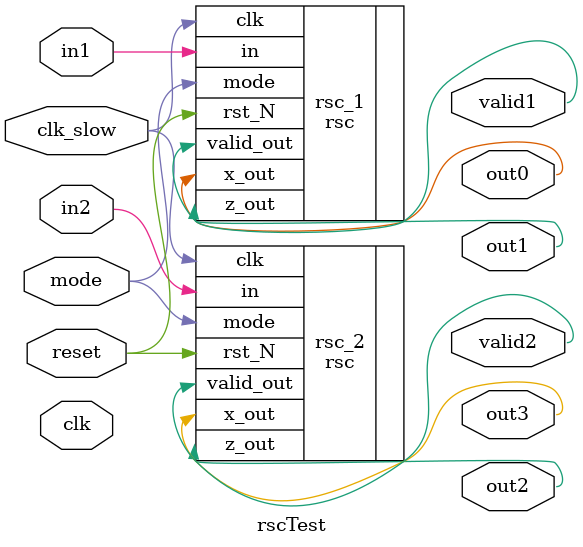
<source format=v>
`timescale 1 ns / 1 ns

`include "../../netlist/rsc.v"  // Gate Level Netlist 

module rscTest(clk, clk_slow, reset, in1, in2, mode, out0, out1, out2, out3, valid1, valid2);

   // Ports 
   input  clk, clk_slow, in1, in2, reset, mode;
   wire   clk, clk_slow, in1, in2, reset, mode;    

   output out0, out1, out2, out3, valid1, valid2;
   wire   out0, out1, out2, out3, valid1, valid2; 

   rsc rsc_1(.clk(clk_slow), .in(in1), .x_out(out0), .z_out(out1), .rst_N(reset), .mode(mode), .valid_out(valid1));
   rsc rsc_2(.clk(clk_slow), .in(in2), .x_out(out3), .z_out(out2), .rst_N(reset), .mode(mode), .valid_out(valid2));


endmodule

</source>
